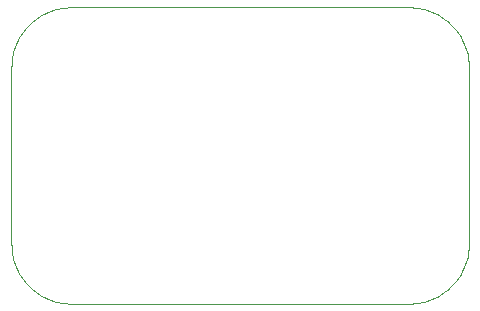
<source format=gko>
G75*
%MOIN*%
%OFA0B0*%
%FSLAX24Y24*%
%IPPOS*%
%LPD*%
%AMOC8*
5,1,8,0,0,1.08239X$1,22.5*
%
%ADD10C,0.0000*%
D10*
X002150Y000675D02*
X013400Y000675D01*
X013487Y000677D01*
X013574Y000683D01*
X013661Y000692D01*
X013747Y000705D01*
X013833Y000722D01*
X013918Y000743D01*
X014001Y000768D01*
X014084Y000796D01*
X014165Y000827D01*
X014245Y000862D01*
X014323Y000901D01*
X014400Y000943D01*
X014475Y000988D01*
X014547Y001037D01*
X014618Y001088D01*
X014686Y001143D01*
X014751Y001200D01*
X014814Y001261D01*
X014875Y001324D01*
X014932Y001389D01*
X014987Y001457D01*
X015038Y001528D01*
X015087Y001600D01*
X015132Y001675D01*
X015174Y001752D01*
X015213Y001830D01*
X015248Y001910D01*
X015279Y001991D01*
X015307Y002074D01*
X015332Y002157D01*
X015353Y002242D01*
X015370Y002328D01*
X015383Y002414D01*
X015392Y002501D01*
X015398Y002588D01*
X015400Y002675D01*
X015400Y008550D01*
X015398Y008637D01*
X015392Y008724D01*
X015383Y008811D01*
X015370Y008897D01*
X015353Y008983D01*
X015332Y009068D01*
X015307Y009151D01*
X015279Y009234D01*
X015248Y009315D01*
X015213Y009395D01*
X015174Y009473D01*
X015132Y009550D01*
X015087Y009625D01*
X015038Y009697D01*
X014987Y009768D01*
X014932Y009836D01*
X014875Y009901D01*
X014814Y009964D01*
X014751Y010025D01*
X014686Y010082D01*
X014618Y010137D01*
X014547Y010188D01*
X014475Y010237D01*
X014400Y010282D01*
X014323Y010324D01*
X014245Y010363D01*
X014165Y010398D01*
X014084Y010429D01*
X014001Y010457D01*
X013918Y010482D01*
X013833Y010503D01*
X013747Y010520D01*
X013661Y010533D01*
X013574Y010542D01*
X013487Y010548D01*
X013400Y010550D01*
X002150Y010550D01*
X002063Y010548D01*
X001976Y010542D01*
X001889Y010533D01*
X001803Y010520D01*
X001717Y010503D01*
X001632Y010482D01*
X001549Y010457D01*
X001466Y010429D01*
X001385Y010398D01*
X001305Y010363D01*
X001227Y010324D01*
X001150Y010282D01*
X001075Y010237D01*
X001003Y010188D01*
X000932Y010137D01*
X000864Y010082D01*
X000799Y010025D01*
X000736Y009964D01*
X000675Y009901D01*
X000618Y009836D01*
X000563Y009768D01*
X000512Y009697D01*
X000463Y009625D01*
X000418Y009550D01*
X000376Y009473D01*
X000337Y009395D01*
X000302Y009315D01*
X000271Y009234D01*
X000243Y009151D01*
X000218Y009068D01*
X000197Y008983D01*
X000180Y008897D01*
X000167Y008811D01*
X000158Y008724D01*
X000152Y008637D01*
X000150Y008550D01*
X000150Y002675D01*
X000152Y002588D01*
X000158Y002501D01*
X000167Y002414D01*
X000180Y002328D01*
X000197Y002242D01*
X000218Y002157D01*
X000243Y002074D01*
X000271Y001991D01*
X000302Y001910D01*
X000337Y001830D01*
X000376Y001752D01*
X000418Y001675D01*
X000463Y001600D01*
X000512Y001528D01*
X000563Y001457D01*
X000618Y001389D01*
X000675Y001324D01*
X000736Y001261D01*
X000799Y001200D01*
X000864Y001143D01*
X000932Y001088D01*
X001003Y001037D01*
X001075Y000988D01*
X001150Y000943D01*
X001227Y000901D01*
X001305Y000862D01*
X001385Y000827D01*
X001466Y000796D01*
X001549Y000768D01*
X001632Y000743D01*
X001717Y000722D01*
X001803Y000705D01*
X001889Y000692D01*
X001976Y000683D01*
X002063Y000677D01*
X002150Y000675D01*
M02*

</source>
